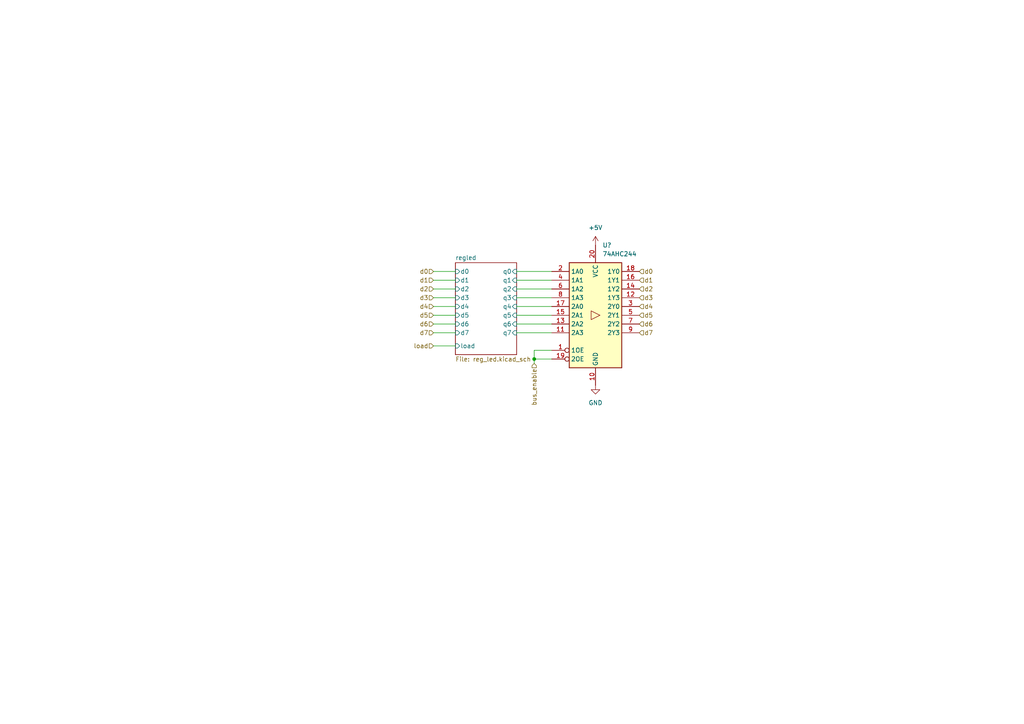
<source format=kicad_sch>
(kicad_sch (version 20211123) (generator eeschema)
  (paper "A4")
  (lib_symbols
    (symbol "74xx:74AHC244"
      (property "Reference" "U" (at -7.62 16.51 0))
      (property "Value" "74AHC244" (at -7.62 -16.51 0))
      (symbol "74AHC244_1_0"
        (polyline (pts (xy 1.27 0) (xy -1.27 1.27) (xy -1.27 -1.27) (xy 1.27 0)) (stroke (width 0.1524)))
        (pin input inverted (at -12.7 -10.16 0) (length 5.08) (name "1OE") (number "1"))
        (pin power_in line (at 0 -20.32 90) (length 5.08) (name "GND") (number "10"))
        (pin input line (at -12.7 -5.08 0) (length 5.08) (name "2A3") (number "11"))
        (pin tri_state line (at 12.7 5.08 180) (length 5.08) (name "1Y3") (number "12"))
        (pin input line (at -12.7 -2.54 0) (length 5.08) (name "2A2") (number "13"))
        (pin tri_state line (at 12.7 7.62 180) (length 5.08) (name "1Y2") (number "14"))
        (pin input line (at -12.7 0 0) (length 5.08) (name "2A1") (number "15"))
        (pin tri_state line (at 12.7 10.16 180) (length 5.08) (name "1Y1") (number "16"))
        (pin input line (at -12.7 2.54 0) (length 5.08) (name "2A0") (number "17"))
        (pin tri_state line (at 12.7 12.7 180) (length 5.08) (name "1Y0") (number "18"))
        (pin input inverted (at -12.7 -12.7 0) (length 5.08) (name "2OE") (number "19"))
        (pin input line (at -12.7 12.7 0) (length 5.08) (name "1A0") (number "2"))
        (pin power_in line (at 0 20.32 270) (length 5.08) (name "VCC") (number "20"))
        (pin tri_state line (at 12.7 2.54 180) (length 5.08) (name "2Y0") (number "3"))
        (pin input line (at -12.7 10.16 0) (length 5.08) (name "1A1") (number "4"))
        (pin tri_state line (at 12.7 0 180) (length 5.08) (name "2Y1") (number "5"))
        (pin input line (at -12.7 7.62 0) (length 5.08) (name "1A2") (number "6"))
        (pin tri_state line (at 12.7 -2.54 180) (length 5.08) (name "2Y2") (number "7"))
        (pin input line (at -12.7 5.08 0) (length 5.08) (name "1A3") (number "8"))
        (pin tri_state line (at 12.7 -5.08 180) (length 5.08) (name "2Y3") (number "9"))
      )
      (symbol "74AHC244_1_1"
        (rectangle (start -7.62 15.24) (end 7.62 -15.24) (stroke (width 0.254)) (fill (type background)))
      )
    )
    (symbol "power:+5V" (power) (pin_names (offset 0))
      (property "Value" "+5V" (at 0 3.556 0))
      (symbol "+5V_0_1"
        (polyline (pts (xy -0.762 1.27) (xy 0 2.54)))
        (polyline (pts (xy 0 0) (xy 0 2.54)))
        (polyline (pts (xy 0 2.54) (xy 0.762 1.27)))
      )
      (symbol "+5V_1_1"
        (pin power_in line (at 0 0 90) (length 0) hide (name "+5V") (number "1"))
      )
    )
    (symbol "power:GND" (power) (pin_names (offset 0))
      (property "Value" "GND" (at 0 -3.81 0))
      (symbol "GND_0_1"
        (polyline (pts (xy 0 0) (xy 0 -1.27) (xy 1.27 -1.27) (xy 0 -2.54) (xy -1.27 -1.27) (xy 0 -1.27)))
      )
      (symbol "GND_1_1"
        (pin power_in line (at 0 0 270) (length 0) hide (name "GND") (number "1"))
      )
    )
  )
  (junction (at 154.94 104.14))
  (wire (pts (xy 149.86 96.52) (xy 160.02 96.52)))
  (wire (pts (xy 149.86 88.9) (xy 160.02 88.9)))
  (wire (pts (xy 149.86 83.82) (xy 160.02 83.82)))
  (wire (pts (xy 125.73 86.36) (xy 132.08 86.36)))
  (wire (pts (xy 125.73 100.33) (xy 132.08 100.33)))
  (wire (pts (xy 149.86 78.74) (xy 160.02 78.74)))
  (wire (pts (xy 125.73 88.9) (xy 132.08 88.9)))
  (wire (pts (xy 160.02 101.6) (xy 154.94 101.6)))
  (wire (pts (xy 125.73 91.44) (xy 132.08 91.44)))
  (wire (pts (xy 125.73 78.74) (xy 132.08 78.74)))
  (wire (pts (xy 125.73 83.82) (xy 132.08 83.82)))
  (wire (pts (xy 125.73 96.52) (xy 132.08 96.52)))
  (wire (pts (xy 154.94 101.6) (xy 154.94 104.14)))
  (wire (pts (xy 149.86 91.44) (xy 160.02 91.44)))
  (wire (pts (xy 154.94 104.14) (xy 160.02 104.14)))
  (wire (pts (xy 149.86 93.98) (xy 160.02 93.98)))
  (wire (pts (xy 149.86 86.36) (xy 160.02 86.36)))
  (wire (pts (xy 149.86 81.28) (xy 160.02 81.28)))
  (wire (pts (xy 154.94 104.14) (xy 154.94 105.41)))
  (wire (pts (xy 125.73 93.98) (xy 132.08 93.98)))
  (wire (pts (xy 125.73 81.28) (xy 132.08 81.28)))
  (hierarchical_label "d5" (shape input) (at 125.73 91.44 180))
  (hierarchical_label "d6" (shape input) (at 125.73 93.98 180))
  (hierarchical_label "d2" (shape input) (at 185.42 83.82 0))
  (hierarchical_label "d7" (shape input) (at 185.42 96.52 0))
  (hierarchical_label "d6" (shape input) (at 185.42 93.98 0))
  (hierarchical_label "load" (shape input) (at 125.73 100.33 180))
  (hierarchical_label "d5" (shape input) (at 185.42 91.44 0))
  (hierarchical_label "d0" (shape input) (at 125.73 78.74 180))
  (hierarchical_label "d4" (shape input) (at 125.73 88.9 180))
  (hierarchical_label "d4" (shape input) (at 185.42 88.9 0))
  (hierarchical_label "d1" (shape input) (at 125.73 81.28 180))
  (hierarchical_label "d3" (shape input) (at 185.42 86.36 0))
  (hierarchical_label "d0" (shape input) (at 185.42 78.74 0))
  (hierarchical_label "d7" (shape input) (at 125.73 96.52 180))
  (hierarchical_label "d1" (shape input) (at 185.42 81.28 0))
  (hierarchical_label "d2" (shape input) (at 125.73 83.82 180))
  (hierarchical_label "d3" (shape input) (at 125.73 86.36 180))
  (hierarchical_label "bus_enable" (shape input) (at 154.94 105.41 270))
  (symbol (lib_id "74xx:74AHC244") (at 172.72 91.44 0) (unit 1)
    (property "Reference" "U?" (at 174.7394 71.12 0) (effects (justify left)))
    (property "Value" "74AHC244" (at 174.7394 73.66 0) (effects (justify left)))
    (property "Datasheet" "https://assets.nexperia.com/documents/data-sheet/74AHC_AHCT244.pdf" (effects hide))
  )
  (symbol (lib_id "power:+5V") (at 172.72 71.12 0) (unit 1)
    (property "Reference" "#PWR?" (effects hide))
    (property "Value" "+5V" (at 172.72 66.04 0))
  )
  (symbol (lib_id "power:GND") (at 172.72 111.76 0) (unit 1)
    (property "Reference" "#PWR?" (effects hide))
    (property "Value" "GND" (at 172.72 116.84 0))
  )
  (sheet (at 132.08 76.2) (size 17.78 26.67) (stroke (width 0.1524))
    (property "Sheet name" "regled" (at 132.08 75.4884 0) (effects (justify left bottom)))
    (property "Sheet file" "reg_led.kicad_sch" (at 132.08 103.4546 0) (effects (justify left top)))
    (pin "q5" input (at 149.86 91.44 0))
    (pin "q0" input (at 149.86 78.74 0))
    (pin "q1" input (at 149.86 81.28 0))
    (pin "q7" input (at 149.86 96.52 0))
    (pin "q2" input (at 149.86 83.82 0))
    (pin "q6" input (at 149.86 93.98 0))
    (pin "q3" input (at 149.86 86.36 0))
    (pin "q4" input (at 149.86 88.9 0))
    (pin "d6" input (at 132.08 93.98 180))
    (pin "d7" input (at 132.08 96.52 180))
    (pin "load" input (at 132.08 100.33 180))
    (pin "d5" input (at 132.08 91.44 180))
    (pin "d4" input (at 132.08 88.9 180))
    (pin "d3" input (at 132.08 86.36 180))
    (pin "d2" input (at 132.08 83.82 180))
    (pin "d1" input (at 132.08 81.28 180))
    (pin "d0" input (at 132.08 78.74 180))
  )
)
</source>
